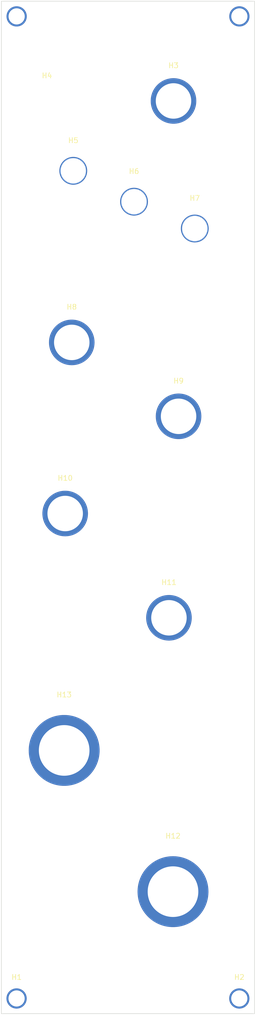
<source format=kicad_pcb>
(kicad_pcb (version 20171130) (host pcbnew "(5.1.5)-3")

  (general
    (thickness 1.6)
    (drawings 4)
    (tracks 0)
    (zones 0)
    (modules 13)
    (nets 2)
  )

  (page A4)
  (layers
    (0 F.Cu signal)
    (31 B.Cu signal)
    (32 B.Adhes user)
    (33 F.Adhes user)
    (34 B.Paste user)
    (35 F.Paste user)
    (36 B.SilkS user)
    (37 F.SilkS user)
    (38 B.Mask user)
    (39 F.Mask user)
    (40 Dwgs.User user)
    (41 Cmts.User user)
    (42 Eco1.User user)
    (43 Eco2.User user)
    (44 Edge.Cuts user)
    (45 Margin user)
    (46 B.CrtYd user)
    (47 F.CrtYd user)
    (48 B.Fab user)
    (49 F.Fab user)
  )

  (setup
    (last_trace_width 0.25)
    (trace_clearance 0.2)
    (zone_clearance 0.508)
    (zone_45_only no)
    (trace_min 0.2)
    (via_size 0.8)
    (via_drill 0.4)
    (via_min_size 0.4)
    (via_min_drill 0.3)
    (uvia_size 0.3)
    (uvia_drill 0.1)
    (uvias_allowed no)
    (uvia_min_size 0.2)
    (uvia_min_drill 0.1)
    (edge_width 0.1)
    (segment_width 0.2)
    (pcb_text_width 0.3)
    (pcb_text_size 1.5 1.5)
    (mod_edge_width 0.15)
    (mod_text_size 1 1)
    (mod_text_width 0.15)
    (pad_size 1.524 1.524)
    (pad_drill 0.762)
    (pad_to_mask_clearance 0)
    (aux_axis_origin 16.1 207.6)
    (grid_origin 16.1 207.6)
    (visible_elements 7FFFFFFF)
    (pcbplotparams
      (layerselection 0x010fc_ffffffff)
      (usegerberextensions false)
      (usegerberattributes false)
      (usegerberadvancedattributes false)
      (creategerberjobfile false)
      (excludeedgelayer true)
      (linewidth 0.100000)
      (plotframeref false)
      (viasonmask false)
      (mode 1)
      (useauxorigin false)
      (hpglpennumber 1)
      (hpglpenspeed 20)
      (hpglpendiameter 15.000000)
      (psnegative false)
      (psa4output false)
      (plotreference true)
      (plotvalue true)
      (plotinvisibletext false)
      (padsonsilk false)
      (subtractmaskfromsilk false)
      (outputformat 1)
      (mirror false)
      (drillshape 1)
      (scaleselection 1)
      (outputdirectory ""))
  )

  (net 0 "")
  (net 1 GND)

  (net_class Default "Ceci est la Netclass par défaut."
    (clearance 0.2)
    (trace_width 0.25)
    (via_dia 0.8)
    (via_drill 0.4)
    (uvia_dia 0.3)
    (uvia_drill 0.1)
    (add_net GND)
  )

  (module Kosmo_panel:Kosmo_Jack_Hole (layer F.Cu) (tedit 5EC122B4) (tstamp 5F0B65E0)
    (at 28.5 155.6)
    (descr "Mounting Hole 6mm")
    (tags "mounting hole 6mm")
    (path /5F0CCB87)
    (attr virtual)
    (fp_text reference H13 (at 0 -11) (layer F.SilkS)
      (effects (font (size 1 1) (thickness 0.15)))
    )
    (fp_text value Jack_Hole (at 0 11) (layer F.Fab)
      (effects (font (size 1 1) (thickness 0.15)))
    )
    (fp_circle (center 0 0) (end 10 0) (layer F.CrtYd) (width 0.05))
    (fp_circle (center 0 0) (end 9.5 0) (layer Cmts.User) (width 0.15))
    (fp_text user %R (at 0.3 0) (layer F.Fab)
      (effects (font (size 1 1) (thickness 0.15)))
    )
    (pad 1 thru_hole circle (at 0 0) (size 14 14) (drill 10) (layers *.Cu *.Mask)
      (net 1 GND))
  )

  (module Kosmo_panel:Kosmo_Jack_Hole (layer F.Cu) (tedit 5EC122B4) (tstamp 5F0B65D8)
    (at 50 183.5)
    (descr "Mounting Hole 6mm")
    (tags "mounting hole 6mm")
    (path /5F0BCD70)
    (attr virtual)
    (fp_text reference H12 (at 0 -11) (layer F.SilkS)
      (effects (font (size 1 1) (thickness 0.15)))
    )
    (fp_text value Jack_Hole (at 0 11) (layer F.Fab)
      (effects (font (size 1 1) (thickness 0.15)))
    )
    (fp_circle (center 0 0) (end 10 0) (layer F.CrtYd) (width 0.05))
    (fp_circle (center 0 0) (end 9.5 0) (layer Cmts.User) (width 0.15))
    (fp_text user %R (at 0.3 0) (layer F.Fab)
      (effects (font (size 1 1) (thickness 0.15)))
    )
    (pad 1 thru_hole circle (at 0 0) (size 14 14) (drill 10) (layers *.Cu *.Mask)
      (net 1 GND))
  )

  (module Kosmo_panel:Kosmo_Pot_Hole (layer F.Cu) (tedit 5EC0A7AC) (tstamp 5F0B65D0)
    (at 49.2 129.4)
    (descr "Mounting Hole 6mm")
    (tags "mounting hole 6mm")
    (path /5F0C91A3)
    (attr virtual)
    (fp_text reference H11 (at 0 -7) (layer F.SilkS)
      (effects (font (size 1 1) (thickness 0.15)))
    )
    (fp_text value Pot_Hole (at 0 7) (layer F.Fab)
      (effects (font (size 1 1) (thickness 0.15)))
    )
    (fp_circle (center 0 0) (end 6.25 0) (layer F.CrtYd) (width 0.05))
    (fp_circle (center 0 0) (end 6 0) (layer Cmts.User) (width 0.15))
    (fp_text user %R (at 0.3 0) (layer F.Fab)
      (effects (font (size 1 1) (thickness 0.15)))
    )
    (pad 1 thru_hole circle (at 0 0) (size 9 9) (drill 7) (layers *.Cu *.Mask)
      (net 1 GND))
  )

  (module Kosmo_panel:Kosmo_Pot_Hole (layer F.Cu) (tedit 5EC0A7AC) (tstamp 5F0B65C8)
    (at 28.7 108.8)
    (descr "Mounting Hole 6mm")
    (tags "mounting hole 6mm")
    (path /5F0C7411)
    (attr virtual)
    (fp_text reference H10 (at 0 -7) (layer F.SilkS)
      (effects (font (size 1 1) (thickness 0.15)))
    )
    (fp_text value Pot_Hole (at 0 7) (layer F.Fab)
      (effects (font (size 1 1) (thickness 0.15)))
    )
    (fp_circle (center 0 0) (end 6.25 0) (layer F.CrtYd) (width 0.05))
    (fp_circle (center 0 0) (end 6 0) (layer Cmts.User) (width 0.15))
    (fp_text user %R (at 0.3 0) (layer F.Fab)
      (effects (font (size 1 1) (thickness 0.15)))
    )
    (pad 1 thru_hole circle (at 0 0) (size 9 9) (drill 7) (layers *.Cu *.Mask)
      (net 1 GND))
  )

  (module Kosmo_panel:Kosmo_Pot_Hole (layer F.Cu) (tedit 5EC0A7AC) (tstamp 5F0B65C0)
    (at 51.1 89.6)
    (descr "Mounting Hole 6mm")
    (tags "mounting hole 6mm")
    (path /5F0C9197)
    (attr virtual)
    (fp_text reference H9 (at 0 -7) (layer F.SilkS)
      (effects (font (size 1 1) (thickness 0.15)))
    )
    (fp_text value Pot_Hole (at 0 7) (layer F.Fab)
      (effects (font (size 1 1) (thickness 0.15)))
    )
    (fp_circle (center 0 0) (end 6.25 0) (layer F.CrtYd) (width 0.05))
    (fp_circle (center 0 0) (end 6 0) (layer Cmts.User) (width 0.15))
    (fp_text user %R (at 0.3 0) (layer F.Fab)
      (effects (font (size 1 1) (thickness 0.15)))
    )
    (pad 1 thru_hole circle (at 0 0) (size 9 9) (drill 7) (layers *.Cu *.Mask)
      (net 1 GND))
  )

  (module Kosmo_panel:Kosmo_Pot_Hole (layer F.Cu) (tedit 5EC0A7AC) (tstamp 5F0B65B8)
    (at 30 75)
    (descr "Mounting Hole 6mm")
    (tags "mounting hole 6mm")
    (path /5F0BE8D9)
    (attr virtual)
    (fp_text reference H8 (at 0 -7) (layer F.SilkS)
      (effects (font (size 1 1) (thickness 0.15)))
    )
    (fp_text value Pot_Hole (at 0 7) (layer F.Fab)
      (effects (font (size 1 1) (thickness 0.15)))
    )
    (fp_circle (center 0 0) (end 6.25 0) (layer F.CrtYd) (width 0.05))
    (fp_circle (center 0 0) (end 6 0) (layer Cmts.User) (width 0.15))
    (fp_text user %R (at 0.3 0) (layer F.Fab)
      (effects (font (size 1 1) (thickness 0.15)))
    )
    (pad 1 thru_hole circle (at 0 0) (size 9 9) (drill 7) (layers *.Cu *.Mask)
      (net 1 GND))
  )

  (module Kosmo_panel:Kosmo_LED_Hole (layer F.Cu) (tedit 5EC1235A) (tstamp 5F0B1AB1)
    (at 54.3 52.5)
    (descr "Mounting Hole 6mm")
    (tags "mounting hole 6mm")
    (path /5F0CDC08)
    (attr virtual)
    (fp_text reference H7 (at 0 -6) (layer F.SilkS)
      (effects (font (size 1 1) (thickness 0.15)))
    )
    (fp_text value Led_Hole (at 0 6) (layer F.Fab)
      (effects (font (size 1 1) (thickness 0.15)))
    )
    (fp_circle (center 0 0) (end 4.25 0) (layer F.CrtYd) (width 0.05))
    (fp_circle (center 0 0) (end 4 0) (layer Cmts.User) (width 0.15))
    (fp_text user %R (at 0.3 0) (layer F.Fab)
      (effects (font (size 1 1) (thickness 0.15)))
    )
    (pad 1 thru_hole circle (at 0 0) (size 5.5 5.5) (drill 5) (layers *.Cu *.Mask))
  )

  (module Kosmo_panel:Kosmo_LED_Hole (layer F.Cu) (tedit 5EC1235A) (tstamp 5F0B65A8)
    (at 42.3 47.2)
    (descr "Mounting Hole 6mm")
    (tags "mounting hole 6mm")
    (path /5F0CD82B)
    (attr virtual)
    (fp_text reference H6 (at 0 -6) (layer F.SilkS)
      (effects (font (size 1 1) (thickness 0.15)))
    )
    (fp_text value Led_Hole (at 0 6) (layer F.Fab)
      (effects (font (size 1 1) (thickness 0.15)))
    )
    (fp_circle (center 0 0) (end 4.25 0) (layer F.CrtYd) (width 0.05))
    (fp_circle (center 0 0) (end 4 0) (layer Cmts.User) (width 0.15))
    (fp_text user %R (at 0.3 0) (layer F.Fab)
      (effects (font (size 1 1) (thickness 0.15)))
    )
    (pad 1 thru_hole circle (at 0 0) (size 5.5 5.5) (drill 5) (layers *.Cu *.Mask))
  )

  (module Kosmo_panel:Kosmo_LED_Hole (layer F.Cu) (tedit 5EC1235A) (tstamp 5F0B677B)
    (at 30.3 41.1)
    (descr "Mounting Hole 6mm")
    (tags "mounting hole 6mm")
    (path /5F0BD9D5)
    (attr virtual)
    (fp_text reference H5 (at 0 -6) (layer F.SilkS)
      (effects (font (size 1 1) (thickness 0.15)))
    )
    (fp_text value Led_Hole (at 0 6) (layer F.Fab)
      (effects (font (size 1 1) (thickness 0.15)))
    )
    (fp_circle (center 0 0) (end 4.25 0) (layer F.CrtYd) (width 0.05))
    (fp_circle (center 0 0) (end 4 0) (layer Cmts.User) (width 0.15))
    (fp_text user %R (at 0.3 0) (layer F.Fab)
      (effects (font (size 1 1) (thickness 0.15)))
    )
    (pad 1 thru_hole circle (at 0 0) (size 5.5 5.5) (drill 5) (layers *.Cu *.Mask))
  )

  (module Kosmo_panel:Kosmo_Trimmer_Pot_Hole (layer F.Cu) (tedit 5EC12334) (tstamp 5F0B6598)
    (at 25.1 25.8)
    (descr "Mounting Hole 2.5mm, no annular")
    (tags "mounting hole 2.5mm no annular")
    (path /5F0BFE6D)
    (attr virtual)
    (fp_text reference H4 (at 0 -3.5) (layer F.SilkS)
      (effects (font (size 1 1) (thickness 0.15)))
    )
    (fp_text value Trimmer_Hole (at 0 3.5) (layer F.Fab)
      (effects (font (size 1 1) (thickness 0.15)))
    )
    (fp_circle (center 0 0) (end 2.25 0) (layer F.CrtYd) (width 0.05))
    (fp_circle (center 0 0) (end 2 0) (layer Cmts.User) (width 0.15))
    (fp_text user %R (at 0.3 0) (layer F.Fab)
      (effects (font (size 1 1) (thickness 0.15)))
    )
    (pad "" np_thru_hole circle (at 0 0) (size 2.5 2.5) (drill 2.5) (layers *.Cu *.Mask))
  )

  (module Kosmo_panel:Kosmo_Switch_Hole (layer F.Cu) (tedit 5EC0A7AC) (tstamp 5F0B6590)
    (at 50.1 27.3)
    (descr "Mounting Hole 6mm")
    (tags "mounting hole 6mm")
    (path /5F0BF34F)
    (attr virtual)
    (fp_text reference H3 (at 0 -7) (layer F.SilkS)
      (effects (font (size 1 1) (thickness 0.15)))
    )
    (fp_text value Switch_Hole (at 0 7) (layer F.Fab)
      (effects (font (size 1 1) (thickness 0.15)))
    )
    (fp_circle (center 0 0) (end 6.25 0) (layer F.CrtYd) (width 0.05))
    (fp_circle (center 0 0) (end 6 0) (layer Cmts.User) (width 0.15))
    (fp_text user %R (at 0.3 0) (layer F.Fab)
      (effects (font (size 1 1) (thickness 0.15)))
    )
    (pad 1 thru_hole circle (at 0 0) (size 9 9) (drill 7) (layers *.Cu *.Mask)
      (net 1 GND))
  )

  (module Kosmo_panel:Kosmo_Panel_Dual_Mounting_Holes locked (layer F.Cu) (tedit 5F0B1028) (tstamp 5F0B6588)
    (at 63.1 204.6)
    (descr "Mounting Hole 3.2mm, M3")
    (tags "mounting hole 3.2mm m3")
    (path /5F0B8330)
    (attr virtual)
    (fp_text reference H2 (at 0 -4.2) (layer F.SilkS)
      (effects (font (size 1 1) (thickness 0.15)))
    )
    (fp_text value Panel (at 0 4.2) (layer F.Fab)
      (effects (font (size 1 1) (thickness 0.15)))
    )
    (fp_circle (center 0.0254 -193.9671) (end 3.2754 -193.9671) (layer F.CrtYd) (width 0.05))
    (fp_circle (center 0.0254 -193.9671) (end 3.0254 -193.9671) (layer Cmts.User) (width 0.15))
    (fp_text user %R (at 0.3127 -193.8782) (layer F.Fab)
      (effects (font (size 1 1) (thickness 0.15)))
    )
    (fp_text user %R (at 0.3 0) (layer F.Fab)
      (effects (font (size 1 1) (thickness 0.15)))
    )
    (fp_circle (center 0 0) (end 3 0) (layer Cmts.User) (width 0.15))
    (fp_circle (center 0 0) (end 3.25 0) (layer F.CrtYd) (width 0.05))
    (pad 1 thru_hole circle (at 0.0127 -194.0052) (size 4 4) (drill 3.2) (layers *.Cu *.Mask)
      (net 1 GND))
    (pad 1 thru_hole circle (at 0 0) (size 4 4) (drill 3.2) (layers *.Cu *.Mask)
      (net 1 GND))
  )

  (module Kosmo_panel:Kosmo_Panel_Dual_Mounting_Holes locked (layer F.Cu) (tedit 5F0B1028) (tstamp 5F0B670C)
    (at 19.1 204.6)
    (descr "Mounting Hole 3.2mm, M3")
    (tags "mounting hole 3.2mm m3")
    (path /5F0B50B1)
    (attr virtual)
    (fp_text reference H1 (at 0 -4.2) (layer F.SilkS)
      (effects (font (size 1 1) (thickness 0.15)))
    )
    (fp_text value Panel (at 0 4.2) (layer F.Fab)
      (effects (font (size 1 1) (thickness 0.15)))
    )
    (fp_circle (center 0.0254 -193.9671) (end 3.2754 -193.9671) (layer F.CrtYd) (width 0.05))
    (fp_circle (center 0.0254 -193.9671) (end 3.0254 -193.9671) (layer Cmts.User) (width 0.15))
    (fp_text user %R (at 0.3127 -193.8782) (layer F.Fab)
      (effects (font (size 1 1) (thickness 0.15)))
    )
    (fp_text user %R (at 0.3 0) (layer F.Fab)
      (effects (font (size 1 1) (thickness 0.15)))
    )
    (fp_circle (center 0 0) (end 3 0) (layer Cmts.User) (width 0.15))
    (fp_circle (center 0 0) (end 3.25 0) (layer F.CrtYd) (width 0.05))
    (pad 1 thru_hole circle (at 0.0127 -194.0052) (size 4 4) (drill 3.2) (layers *.Cu *.Mask)
      (net 1 GND))
    (pad 1 thru_hole circle (at 0 0) (size 4 4) (drill 3.2) (layers *.Cu *.Mask)
      (net 1 GND))
  )

  (gr_line (start 66.1 7.6) (end 16.1 7.6) (layer Edge.Cuts) (width 0.1) (tstamp 5F0B66BA))
  (gr_line (start 66.1 207.6) (end 66.1 7.6) (layer Edge.Cuts) (width 0.1))
  (gr_line (start 16.1 207.6) (end 66.1 207.6) (layer Edge.Cuts) (width 0.1))
  (gr_line (start 16.1 7.6) (end 16.1 207.6) (layer Edge.Cuts) (width 0.1))

)

</source>
